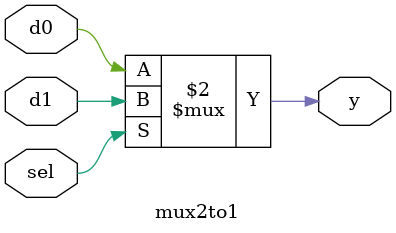
<source format=v>
/*
    -identificação: 

Multplexador - 31 / 10 / 2024

Nome: Davi Cândido de Almeida
Matricula: 857859
Código de Pessoa: 1527368

*/

module mux2to1 (
    input wire sel,    // Sinal de seleção
    input wire d0, d1, // Entradas
    output wire y      // Saída
);

    // Seleciona a entrada com base no valor do seletor
    assign y = (sel == 1'b0) ? d0 : d1;

endmodule

 


</source>
